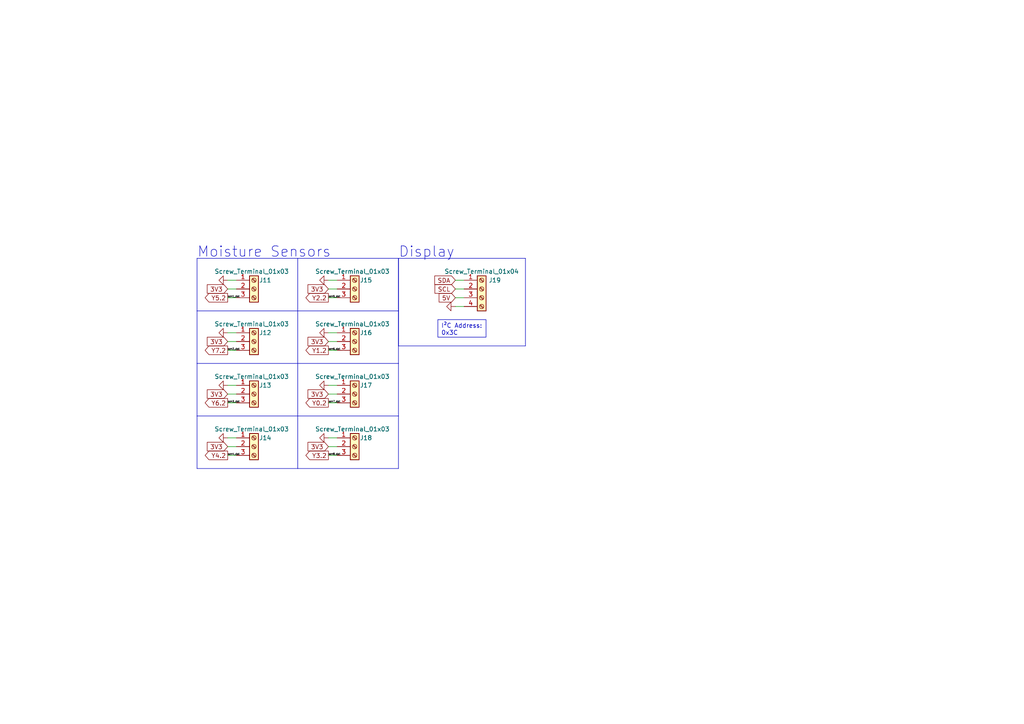
<source format=kicad_sch>
(kicad_sch (version 20230121) (generator eeschema)
  (paper "A4")
  (title_block (title "Plant Watering") (date "2022-08-29") (rev "1") (company "All in one device for plant irrigation") (comment 1 "Reading moisture, processing data, including weather, switching of solenoid valves") (comment 2 "5 A peak current, max. 1 s") (comment 3 "24 V input voltage"))
  (lib_symbols
    (symbol "Connector:Screw_Terminal_01x03" (pin_names (offset 1.016) hide)
      (property "Reference" "J" (at 0 5.08 0))
      (property "Value" "Screw_Terminal_01x03" (at 0 -5.08 0))
      (symbol "Screw_Terminal_01x03_1_1"
        (rectangle (start -1.27 3.81) (end 1.27 -3.81) (stroke (width 0.254)) (fill (type background)))
        (circle (center 0 -2.54) (radius 0.635) (stroke (width 0.1524)))
        (polyline (pts (xy -0.5334 -2.2098) (xy 0.3302 -3.048)) (stroke (width 0.1524)))
        (polyline (pts (xy -0.5334 0.3302) (xy 0.3302 -0.508)) (stroke (width 0.1524)))
        (polyline (pts (xy -0.5334 2.8702) (xy 0.3302 2.032)) (stroke (width 0.1524)))
        (polyline (pts (xy -0.3556 -2.032) (xy 0.508 -2.8702)) (stroke (width 0.1524)))
        (polyline (pts (xy -0.3556 0.508) (xy 0.508 -0.3302)) (stroke (width 0.1524)))
        (polyline (pts (xy -0.3556 3.048) (xy 0.508 2.2098)) (stroke (width 0.1524)))
        (circle (center 0 0) (radius 0.635) (stroke (width 0.1524)))
        (circle (center 0 2.54) (radius 0.635) (stroke (width 0.1524)))
        (pin passive line (at -5.08 2.54 0) (length 3.81) (name "Pin_1") (number "1"))
        (pin passive line (at -5.08 0 0) (length 3.81) (name "Pin_2") (number "2"))
        (pin passive line (at -5.08 -2.54 0) (length 3.81) (name "Pin_3") (number "3"))
      )
    )
    (symbol "Connector:Screw_Terminal_01x04" (pin_names (offset 1.016) hide)
      (property "Reference" "J" (at 0 5.08 0))
      (property "Value" "Screw_Terminal_01x04" (at 0 -7.62 0))
      (symbol "Screw_Terminal_01x04_1_1"
        (rectangle (start -1.27 3.81) (end 1.27 -6.35) (stroke (width 0.254)) (fill (type background)))
        (circle (center 0 -5.08) (radius 0.635) (stroke (width 0.1524)))
        (circle (center 0 -2.54) (radius 0.635) (stroke (width 0.1524)))
        (polyline (pts (xy -0.5334 -4.7498) (xy 0.3302 -5.588)) (stroke (width 0.1524)))
        (polyline (pts (xy -0.5334 -2.2098) (xy 0.3302 -3.048)) (stroke (width 0.1524)))
        (polyline (pts (xy -0.5334 0.3302) (xy 0.3302 -0.508)) (stroke (width 0.1524)))
        (polyline (pts (xy -0.5334 2.8702) (xy 0.3302 2.032)) (stroke (width 0.1524)))
        (polyline (pts (xy -0.3556 -4.572) (xy 0.508 -5.4102)) (stroke (width 0.1524)))
        (polyline (pts (xy -0.3556 -2.032) (xy 0.508 -2.8702)) (stroke (width 0.1524)))
        (polyline (pts (xy -0.3556 0.508) (xy 0.508 -0.3302)) (stroke (width 0.1524)))
        (polyline (pts (xy -0.3556 3.048) (xy 0.508 2.2098)) (stroke (width 0.1524)))
        (circle (center 0 0) (radius 0.635) (stroke (width 0.1524)))
        (circle (center 0 2.54) (radius 0.635) (stroke (width 0.1524)))
        (pin passive line (at -5.08 2.54 0) (length 3.81) (name "Pin_1") (number "1"))
        (pin passive line (at -5.08 0 0) (length 3.81) (name "Pin_2") (number "2"))
        (pin passive line (at -5.08 -2.54 0) (length 3.81) (name "Pin_3") (number "3"))
        (pin passive line (at -5.08 -5.08 0) (length 3.81) (name "Pin_4") (number "4"))
      )
    )
    (symbol "power:GND" (power) (pin_names (offset 0))
      (property "Value" "GND" (at 0 -3.81 0))
      (symbol "GND_0_1"
        (polyline (pts (xy 0 0) (xy 0 -1.27) (xy 1.27 -1.27) (xy 0 -2.54) (xy -1.27 -1.27) (xy 0 -1.27)))
      )
      (symbol "GND_1_1"
        (pin power_in line (at 0 0 270) (length 0) hide (name "GND") (number "1"))
      )
    )
  )
  (polyline (pts (xy 86.36 105.41) (xy 115.57 105.41)))
  (wire (pts (xy 95.25 81.28) (xy 97.79 81.28)))
  (polyline (pts (xy 86.36 120.65) (xy 86.36 105.41)))
  (polyline (pts (xy 115.57 135.89) (xy 86.36 135.89)))
  (wire (pts (xy 132.08 86.36) (xy 134.62 86.36)))
  (polyline (pts (xy 86.36 90.17) (xy 86.36 74.93)))
  (polyline (pts (xy 86.36 105.41) (xy 86.36 90.17)))
  (polyline (pts (xy 115.57 74.93) (xy 115.57 90.17)))
  (wire (pts (xy 132.08 83.82) (xy 134.62 83.82)))
  (polyline (pts (xy 57.15 105.41) (xy 57.15 90.17)))
  (wire (pts (xy 66.04 101.6) (xy 68.58 101.6)))
  (wire (pts (xy 95.25 111.76) (xy 97.79 111.76)))
  (wire (pts (xy 95.25 132.08) (xy 97.79 132.08)))
  (polyline (pts (xy 86.36 135.89) (xy 86.36 120.65)))
  (polyline (pts (xy 152.4 100.33) (xy 152.4 74.93)))
  (wire (pts (xy 95.25 86.36) (xy 97.79 86.36)))
  (polyline (pts (xy 86.36 90.17) (xy 115.57 90.17)))
  (polyline (pts (xy 115.57 74.93) (xy 115.57 100.33)))
  (polyline (pts (xy 57.15 90.17) (xy 57.15 74.93)))
  (polyline (pts (xy 57.15 74.93) (xy 86.36 74.93)))
  (polyline (pts (xy 57.15 90.17) (xy 86.36 90.17)))
  (wire (pts (xy 66.04 81.28) (xy 68.58 81.28)))
  (wire (pts (xy 95.25 129.54) (xy 97.79 129.54)))
  (wire (pts (xy 95.25 127) (xy 97.79 127)))
  (wire (pts (xy 66.04 129.54) (xy 68.58 129.54)))
  (wire (pts (xy 132.08 81.28) (xy 134.62 81.28)))
  (wire (pts (xy 66.04 86.36) (xy 68.58 86.36)))
  (wire (pts (xy 95.25 99.06) (xy 97.79 99.06)))
  (polyline (pts (xy 86.36 135.89) (xy 57.15 135.89)))
  (polyline (pts (xy 115.57 120.65) (xy 115.57 135.89)))
  (wire (pts (xy 66.04 114.3) (xy 68.58 114.3)))
  (wire (pts (xy 66.04 127) (xy 68.58 127)))
  (wire (pts (xy 95.25 96.52) (xy 97.79 96.52)))
  (wire (pts (xy 66.04 132.08) (xy 68.58 132.08)))
  (wire (pts (xy 66.04 83.82) (xy 68.58 83.82)))
  (polyline (pts (xy 86.36 120.65) (xy 115.57 120.65)))
  (polyline (pts (xy 86.36 74.93) (xy 115.57 74.93)))
  (wire (pts (xy 95.25 83.82) (xy 97.79 83.82)))
  (wire (pts (xy 66.04 116.84) (xy 68.58 116.84)))
  (wire (pts (xy 66.04 111.76) (xy 68.58 111.76)))
  (polyline (pts (xy 57.15 105.41) (xy 86.36 105.41)))
  (polyline (pts (xy 115.57 100.33) (xy 152.4 100.33)))
  (wire (pts (xy 95.25 101.6) (xy 97.79 101.6)))
  (polyline (pts (xy 115.57 105.41) (xy 115.57 120.65)))
  (wire (pts (xy 132.08 88.9) (xy 134.62 88.9)))
  (wire (pts (xy 66.04 99.06) (xy 68.58 99.06)))
  (polyline (pts (xy 57.15 120.65) (xy 57.15 105.41)))
  (wire (pts (xy 66.04 96.52) (xy 68.58 96.52)))
  (polyline (pts (xy 115.57 90.17) (xy 115.57 105.41)))
  (polyline (pts (xy 115.57 74.93) (xy 152.4 74.93)))
  (wire (pts (xy 95.25 116.84) (xy 97.79 116.84)))
  (polyline (pts (xy 57.15 120.65) (xy 86.36 120.65)))
  (polyline (pts (xy 57.15 135.89) (xy 57.15 120.65)))
  (wire (pts (xy 95.25 114.3) (xy 97.79 114.3)))
  (text_box "I²C Address:\n0x3C" (at 127 92.71 0) (size 13.97 5.08) (effects (font (size 1.27 1.27)) (justify left top)))
  (text "Moisture Sensors" (at 57.15 74.93 0) (effects (font (size 3 3)) (justify left bottom)))
  (text "Display" (at 115.57 74.93 0) (effects (font (size 3 3)) (justify left bottom)))
  (label "sen7_dat" (at 95.25 116.84 0) (effects (font (size 0.5 0.5))))
  (label "sen3_dat" (at 66.04 116.84 0) (effects (font (size 0.5 0.5))))
  (label "sen1_dat" (at 66.04 86.36 0) (effects (font (size 0.5 0.5))))
  (label "sen4_dat" (at 66.04 132.08 0) (effects (font (size 0.5 0.5))))
  (label "sen5_dat" (at 95.25 86.36 0) (effects (font (size 0.5 0.5))))
  (label "sen8_dat" (at 95.25 132.08 0) (effects (font (size 0.5 0.5))))
  (label "sen2_dat" (at 66.04 101.6 0) (effects (font (size 0.5 0.5))))
  (label "sen6_dat" (at 95.25 101.6 0) (effects (font (size 0.5 0.5))))
  (global_label "SDA" (shape input) (at 132.08 81.28 180) (property "Intersheetrefs" "${INTERSHEET_REFS}" (effects hide)))
  (global_label "3V3" (shape input) (at 66.04 99.06 180) (property "Intersheetrefs" "${INTERSHEET_REFS}" (effects hide)))
  (global_label "Y2.2" (shape output) (at 95.25 86.36 180) (property "Intersheetrefs" "${INTERSHEET_REFS}" (effects hide)))
  (global_label "3V3" (shape input) (at 66.04 114.3 180) (property "Intersheetrefs" "${INTERSHEET_REFS}" (effects hide)))
  (global_label "Y0.2" (shape output) (at 95.25 116.84 180) (property "Intersheetrefs" "${INTERSHEET_REFS}" (effects hide)))
  (global_label "Y3.2" (shape output) (at 95.25 132.08 180) (property "Intersheetrefs" "${INTERSHEET_REFS}" (effects hide)))
  (global_label "Y6.2" (shape output) (at 66.04 116.84 180) (property "Intersheetrefs" "${INTERSHEET_REFS}" (effects hide)))
  (global_label "3V3" (shape input) (at 95.25 99.06 180) (property "Intersheetrefs" "${INTERSHEET_REFS}" (effects hide)))
  (global_label "Y7.2" (shape output) (at 66.04 101.6 180) (property "Intersheetrefs" "${INTERSHEET_REFS}" (effects hide)))
  (global_label "3V3" (shape input) (at 66.04 83.82 180) (property "Intersheetrefs" "${INTERSHEET_REFS}" (effects hide)))
  (global_label "SCL" (shape input) (at 132.08 83.82 180) (property "Intersheetrefs" "${INTERSHEET_REFS}" (effects hide)))
  (global_label "3V3" (shape input) (at 95.25 83.82 180) (property "Intersheetrefs" "${INTERSHEET_REFS}" (effects hide)))
  (global_label "3V3" (shape input) (at 95.25 114.3 180) (property "Intersheetrefs" "${INTERSHEET_REFS}" (effects hide)))
  (global_label "Y4.2" (shape output) (at 66.04 132.08 180) (property "Intersheetrefs" "${INTERSHEET_REFS}" (effects hide)))
  (global_label "3V3" (shape input) (at 66.04 129.54 180) (property "Intersheetrefs" "${INTERSHEET_REFS}" (effects hide)))
  (global_label "5V" (shape input) (at 132.08 86.36 180) (property "Intersheetrefs" "${INTERSHEET_REFS}" (effects hide)))
  (global_label "Y5.2" (shape output) (at 66.04 86.36 180) (property "Intersheetrefs" "${INTERSHEET_REFS}" (effects hide)))
  (global_label "Y1.2" (shape output) (at 95.25 101.6 180) (property "Intersheetrefs" "${INTERSHEET_REFS}" (effects hide)))
  (global_label "3V3" (shape input) (at 95.25 129.54 180) (property "Intersheetrefs" "${INTERSHEET_REFS}" (effects hide)))
  (symbol (lib_id "power:GND") (at 95.25 111.76 270) (unit 1)
    (property "Reference" "#PWR040" (effects hide))
    (property "Value" "GND" (effects hide))
  )
  (symbol (lib_id "power:GND") (at 95.25 127 270) (unit 1)
    (property "Reference" "#PWR041" (effects hide))
    (property "Value" "GND" (effects hide))
  )
  (symbol (lib_id "power:GND") (at 132.08 88.9 270) (unit 1)
    (property "Reference" "#PWR042" (effects hide))
    (property "Value" "GND" (effects hide))
  )
  (symbol (lib_id "Connector:Screw_Terminal_01x03") (at 102.87 129.54 0) (unit 1)
    (property "Reference" "J18" (at 107.95 127 0) (effects (justify right)))
    (property "Value" "Screw_Terminal_01x03" (at 113.03 124.46 0) (effects (justify right)))
    (property "Footprint" "TerminalBlock_Phoenix:TerminalBlock_Phoenix_PT-1,5-3-3.5-H_1x03_P3.50mm_Horizontal" (effects hide))
    (property "LCSC" "C474931" (effects hide))
  )
  (symbol (lib_id "power:GND") (at 66.04 96.52 270) (unit 1)
    (property "Reference" "#PWR035" (effects hide))
    (property "Value" "GND" (effects hide))
  )
  (symbol (lib_id "Connector:Screw_Terminal_01x04") (at 139.7 83.82 0) (unit 1)
    (property "Reference" "J19" (at 143.51 81.28 0))
    (property "Value" "Screw_Terminal_01x04" (at 139.7 78.74 0))
    (property "Footprint" "TerminalBlock_Phoenix:TerminalBlock_Phoenix_PT-1,5-4-3.5-H_1x04_P3.50mm_Horizontal" (effects hide))
    (property "LCSC" "C2757925" (effects hide))
  )
  (symbol (lib_id "power:GND") (at 95.25 96.52 270) (unit 1)
    (property "Reference" "#PWR039" (effects hide))
    (property "Value" "GND" (effects hide))
  )
  (symbol (lib_id "Connector:Screw_Terminal_01x03") (at 73.66 99.06 0) (unit 1)
    (property "Reference" "J12" (at 78.74 96.52 0) (effects (justify right)))
    (property "Value" "Screw_Terminal_01x03" (at 83.82 93.98 0) (effects (justify right)))
    (property "Footprint" "TerminalBlock_Phoenix:TerminalBlock_Phoenix_PT-1,5-3-3.5-H_1x03_P3.50mm_Horizontal" (effects hide))
    (property "LCSC" "C474931" (effects hide))
  )
  (symbol (lib_id "power:GND") (at 95.25 81.28 270) (unit 1)
    (property "Reference" "#PWR038" (effects hide))
    (property "Value" "GND" (effects hide))
  )
  (symbol (lib_id "Connector:Screw_Terminal_01x03") (at 102.87 83.82 0) (unit 1)
    (property "Reference" "J15" (at 107.95 81.28 0) (effects (justify right)))
    (property "Value" "Screw_Terminal_01x03" (at 113.03 78.74 0) (effects (justify right)))
    (property "Footprint" "TerminalBlock_Phoenix:TerminalBlock_Phoenix_PT-1,5-3-3.5-H_1x03_P3.50mm_Horizontal" (effects hide))
    (property "LCSC" "C474931" (effects hide))
  )
  (symbol (lib_id "power:GND") (at 66.04 127 270) (unit 1)
    (property "Reference" "#PWR037" (effects hide))
    (property "Value" "GND" (effects hide))
  )
  (symbol (lib_id "Connector:Screw_Terminal_01x03") (at 73.66 129.54 0) (unit 1)
    (property "Reference" "J14" (at 78.74 127 0) (effects (justify right)))
    (property "Value" "Screw_Terminal_01x03" (at 83.82 124.46 0) (effects (justify right)))
    (property "Footprint" "TerminalBlock_Phoenix:TerminalBlock_Phoenix_PT-1,5-3-3.5-H_1x03_P3.50mm_Horizontal" (effects hide))
    (property "LCSC" "C474931" (effects hide))
  )
  (symbol (lib_id "power:GND") (at 66.04 111.76 270) (unit 1)
    (property "Reference" "#PWR036" (effects hide))
    (property "Value" "GND" (effects hide))
  )
  (symbol (lib_id "Connector:Screw_Terminal_01x03") (at 102.87 114.3 0) (unit 1)
    (property "Reference" "J17" (at 107.95 111.76 0) (effects (justify right)))
    (property "Value" "Screw_Terminal_01x03" (at 113.03 109.22 0) (effects (justify right)))
    (property "Footprint" "TerminalBlock_Phoenix:TerminalBlock_Phoenix_PT-1,5-3-3.5-H_1x03_P3.50mm_Horizontal" (effects hide))
    (property "LCSC" "C474931" (effects hide))
  )
  (symbol (lib_id "power:GND") (at 66.04 81.28 270) (unit 1)
    (property "Reference" "#PWR034" (effects hide))
    (property "Value" "GND" (effects hide))
  )
  (symbol (lib_id "Connector:Screw_Terminal_01x03") (at 73.66 114.3 0) (unit 1)
    (property "Reference" "J13" (at 78.74 111.76 0) (effects (justify right)))
    (property "Value" "Screw_Terminal_01x03" (at 83.82 109.22 0) (effects (justify right)))
    (property "Footprint" "TerminalBlock_Phoenix:TerminalBlock_Phoenix_PT-1,5-3-3.5-H_1x03_P3.50mm_Horizontal" (effects hide))
    (property "LCSC" "C474931" (effects hide))
  )
  (symbol (lib_id "Connector:Screw_Terminal_01x03") (at 102.87 99.06 0) (unit 1)
    (property "Reference" "J16" (at 107.95 96.52 0) (effects (justify right)))
    (property "Value" "Screw_Terminal_01x03" (at 113.03 93.98 0) (effects (justify right)))
    (property "Footprint" "TerminalBlock_Phoenix:TerminalBlock_Phoenix_PT-1,5-3-3.5-H_1x03_P3.50mm_Horizontal" (effects hide))
    (property "LCSC" "C474931" (effects hide))
  )
  (symbol (lib_id "Connector:Screw_Terminal_01x03") (at 73.66 83.82 0) (unit 1)
    (property "Reference" "J11" (at 78.74 81.28 0) (effects (justify right)))
    (property "Value" "Screw_Terminal_01x03" (at 83.82 78.74 0) (effects (justify right)))
    (property "Footprint" "TerminalBlock_Phoenix:TerminalBlock_Phoenix_PT-1,5-3-3.5-H_1x03_P3.50mm_Horizontal" (effects hide))
    (property "LCSC" "C474931" (effects hide))
  )
)
</source>
